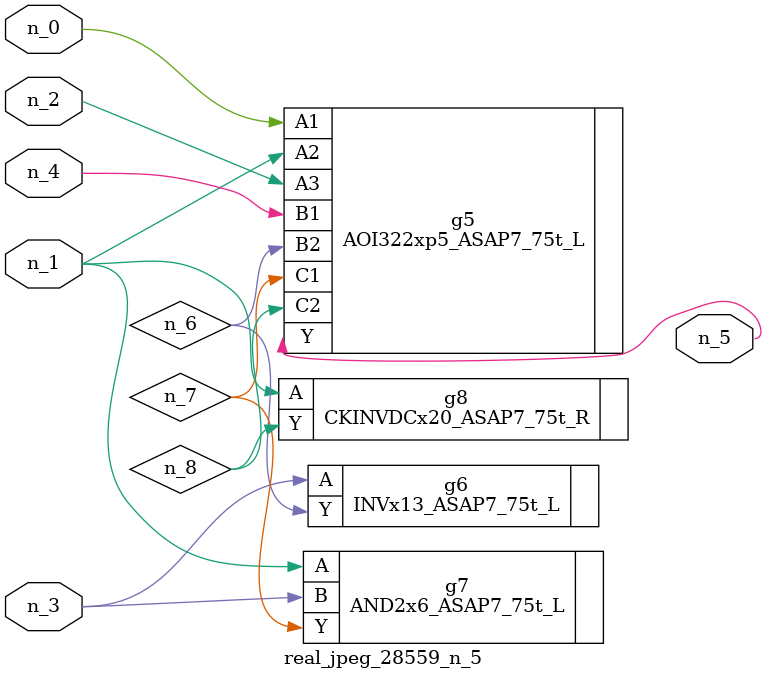
<source format=v>
module real_jpeg_28559_n_5 (n_4, n_0, n_1, n_2, n_3, n_5);

input n_4;
input n_0;
input n_1;
input n_2;
input n_3;

output n_5;

wire n_8;
wire n_6;
wire n_7;

AOI322xp5_ASAP7_75t_L g5 ( 
.A1(n_0),
.A2(n_1),
.A3(n_2),
.B1(n_4),
.B2(n_6),
.C1(n_7),
.C2(n_8),
.Y(n_5)
);

AND2x6_ASAP7_75t_L g7 ( 
.A(n_1),
.B(n_3),
.Y(n_7)
);

CKINVDCx20_ASAP7_75t_R g8 ( 
.A(n_1),
.Y(n_8)
);

INVx13_ASAP7_75t_L g6 ( 
.A(n_3),
.Y(n_6)
);


endmodule
</source>
